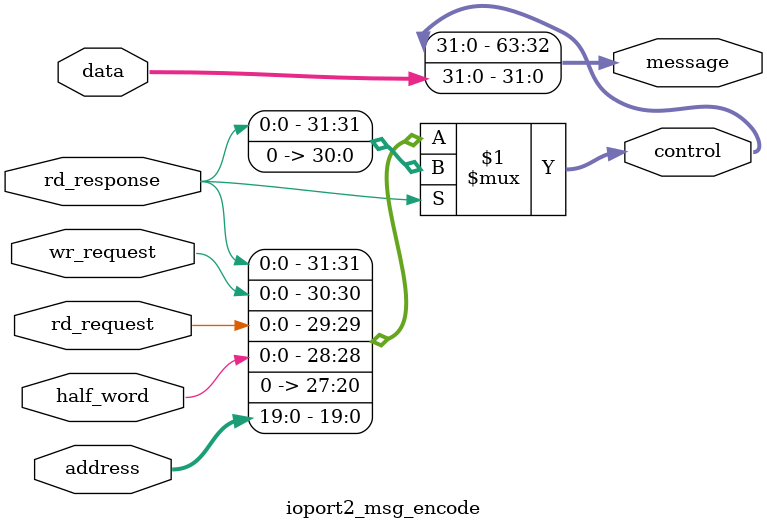
<source format=v>


module ioport2_msg_decode(
    input  [63:0]   message,
    output          rd_response,
    output          wr_request,
    output          rd_request,
    output          half_word,
    output [19:0]   address,
    output [31:0]   data,
    output [31:0]   control    
);
    assign rd_response  = message[63];
    assign wr_request   = message[62];
    assign rd_request   = message[61];
    assign half_word    = message[60];
    assign address      = message[51:32];
    assign data         = message[31:0];
    assign control      = message[63:32];
endmodule


module ioport2_msg_encode(
    input          rd_response,
    input          wr_request,
    input          rd_request,
    input          half_word,
    input  [19:0]  address,
    input  [31:0]  data,
    output [31:0]  control,
    output [63:0]  message
);
    assign control = rd_response ? {rd_response, 31'h0} : {rd_response, wr_request, rd_request, half_word, 8'h00, address};
    assign message = {control, data};
endmodule

</source>
